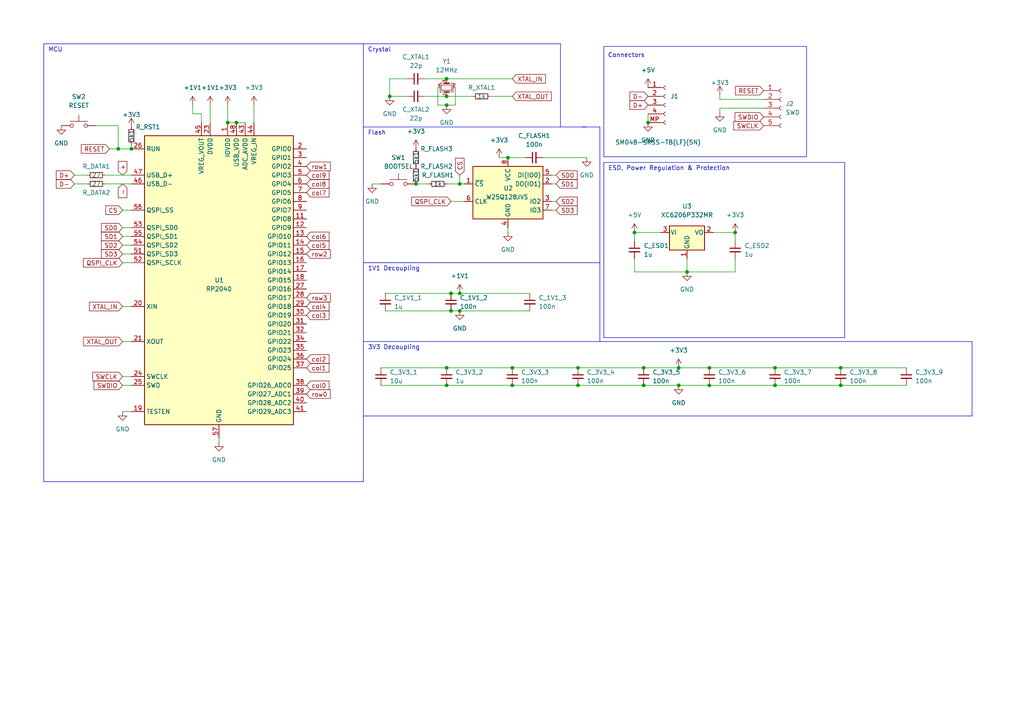
<source format=kicad_sch>
(kicad_sch (version 20230121) (generator eeschema)
  (paper "A4")
  (lib_symbols
    (symbol "Connector:Conn_01x04_Female" (pin_names (offset 1.016) hide)
      (property "Reference" "J1" (at 1.397 0 0))
      (property "Value" "SM04B-SRSS-TB(LF)(SN)" (at -14.605 -13.335 0))
      (symbol "Conn_01x04_Female_1_1"
        (arc (start 0 -7.112) (mid -0.5058 -7.62) (end 0 -8.128) (stroke (width 0.1524)))
        (arc (start 0 -4.572) (mid -0.5058 -5.08) (end 0 -5.588) (stroke (width 0.1524)))
        (arc (start 0 -2.032) (mid -0.5058 -2.54) (end 0 -3.048) (stroke (width 0.1524)))
        (polyline (pts (xy -1.27 -7.62) (xy -0.508 -7.62)) (stroke (width 0.1524)))
        (polyline (pts (xy -1.27 -5.08) (xy -0.508 -5.08)) (stroke (width 0.1524)))
        (polyline (pts (xy -1.27 -2.54) (xy -0.508 -2.54)) (stroke (width 0.1524)))
        (polyline (pts (xy -1.27 0) (xy -0.508 0)) (stroke (width 0.1524)))
        (polyline (pts (xy -1.27 2.54) (xy -0.508 2.54)) (stroke (width 0.1524)))
        (arc (start 0 0.508) (mid -0.5058 0) (end 0 -0.508) (stroke (width 0.1524)))
        (arc (start 0 3.048) (mid -0.5058 2.54) (end 0 2.032) (stroke (width 0.1524)))
        (pin passive line (at -5.08 2.54 0) (length 3.81) (name "Pin_1") (number "1"))
        (pin passive line (at -5.08 0 0) (length 3.81) (name "Pin_2") (number "2"))
        (pin passive line (at -5.08 -2.54 0) (length 3.81) (name "Pin_3") (number "3"))
        (pin passive line (at -5.08 -5.08 0) (length 3.81) (name "Pin_4") (number "4"))
        (pin passive line (at -5.08 -7.62 0) (length 3.81) (name "MP") (number "MP"))
      )
    )
    (symbol "Connector:Conn_01x05_Female" (pin_names (offset 1.016) hide)
      (property "Reference" "J" (at 0 7.62 0))
      (property "Value" "Conn_01x05_Female" (at 0 -7.62 0))
      (symbol "Conn_01x05_Female_1_1"
        (arc (start 0 -4.572) (mid -0.5058 -5.08) (end 0 -5.588) (stroke (width 0.1524)))
        (arc (start 0 -2.032) (mid -0.5058 -2.54) (end 0 -3.048) (stroke (width 0.1524)))
        (polyline (pts (xy -1.27 -5.08) (xy -0.508 -5.08)) (stroke (width 0.1524)))
        (polyline (pts (xy -1.27 -2.54) (xy -0.508 -2.54)) (stroke (width 0.1524)))
        (polyline (pts (xy -1.27 0) (xy -0.508 0)) (stroke (width 0.1524)))
        (polyline (pts (xy -1.27 2.54) (xy -0.508 2.54)) (stroke (width 0.1524)))
        (polyline (pts (xy -1.27 5.08) (xy -0.508 5.08)) (stroke (width 0.1524)))
        (arc (start 0 0.508) (mid -0.5058 0) (end 0 -0.508) (stroke (width 0.1524)))
        (arc (start 0 3.048) (mid -0.5058 2.54) (end 0 2.032) (stroke (width 0.1524)))
        (arc (start 0 5.588) (mid -0.5058 5.08) (end 0 4.572) (stroke (width 0.1524)))
        (pin passive line (at -5.08 5.08 0) (length 3.81) (name "Pin_1") (number "1"))
        (pin passive line (at -5.08 2.54 0) (length 3.81) (name "Pin_2") (number "2"))
        (pin passive line (at -5.08 0 0) (length 3.81) (name "Pin_3") (number "3"))
        (pin passive line (at -5.08 -2.54 0) (length 3.81) (name "Pin_4") (number "4"))
        (pin passive line (at -5.08 -5.08 0) (length 3.81) (name "Pin_5") (number "5"))
      )
    )
    (symbol "Device:C_Small" (pin_numbers hide) (pin_names (offset 0.254) hide)
      (property "Reference" "C" (at 0.254 1.778 0))
      (property "Value" "C_Small" (at 0.254 -2.032 0))
      (symbol "C_Small_0_1"
        (polyline (pts (xy -1.524 -0.508) (xy 1.524 -0.508)) (stroke (width 0.3302)))
        (polyline (pts (xy -1.524 0.508) (xy 1.524 0.508)) (stroke (width 0.3048)))
      )
      (symbol "C_Small_1_1"
        (pin passive line (at 0 2.54 270) (length 2.032) (name "~") (number "1"))
        (pin passive line (at 0 -2.54 90) (length 2.032) (name "~") (number "2"))
      )
    )
    (symbol "Device:Crystal_GND24_Small" (pin_names (offset 1.016) hide)
      (property "Reference" "Y" (at 1.27 4.445 0))
      (property "Value" "Crystal_GND24_Small" (at 1.27 2.54 0))
      (symbol "Crystal_GND24_Small_0_1"
        (rectangle (start -0.762 -1.524) (end 0.762 1.524))
        (polyline (pts (xy -1.27 -0.762) (xy -1.27 0.762)) (stroke (width 0.381)))
        (polyline (pts (xy 1.27 -0.762) (xy 1.27 0.762)) (stroke (width 0.381)))
        (polyline (pts (xy -1.27 -1.27) (xy -1.27 -1.905) (xy 1.27 -1.905) (xy 1.27 -1.27)))
        (polyline (pts (xy -1.27 1.27) (xy -1.27 1.905) (xy 1.27 1.905) (xy 1.27 1.27)))
      )
      (symbol "Crystal_GND24_Small_1_1"
        (pin passive line (at -2.54 0 0) (length 1.27) (name "1") (number "1"))
        (pin passive line (at 0 -2.54 90) (length 0.635) (name "2") (number "2"))
        (pin passive line (at 2.54 0 180) (length 1.27) (name "3") (number "3"))
        (pin passive line (at 0 2.54 270) (length 0.635) (name "4") (number "4"))
      )
    )
    (symbol "Device:R_Small" (pin_numbers hide) (pin_names (offset 0.254) hide)
      (property "Reference" "R" (at 0.762 0.508 0))
      (property "Value" "R_Small" (at 0.762 -1.016 0))
      (symbol "R_Small_0_1"
        (rectangle (start -0.762 1.778) (end 0.762 -1.778) (stroke (width 0.2032)))
      )
      (symbol "R_Small_1_1"
        (pin passive line (at 0 2.54 270) (length 0.762) (name "~") (number "1"))
        (pin passive line (at 0 -2.54 90) (length 0.762) (name "~") (number "2"))
      )
    )
    (symbol "MCU_RaspberryPi:RP2040"
      (property "Reference" "U1" (at -1.27 0 0))
      (property "Value" "RP2040" (at -3.81 -2.54 0))
      (symbol "RP2040_0_1"
        (rectangle (start -21.59 41.91) (end 21.59 -41.91) (stroke (width 0.254)) (fill (type background)))
      )
      (symbol "RP2040_1_1"
        (pin power_in line (at 2.54 45.72 270) (length 3.81) (name "IOVDD") (number "1"))
        (pin passive line (at 2.54 45.72 270) (length 3.81) hide (name "IOVDD") (number "10"))
        (pin bidirectional line (at 25.4 17.78 180) (length 3.81) (name "GPIO8") (number "11"))
        (pin bidirectional line (at 25.4 15.24 180) (length 3.81) (name "GPIO9") (number "12"))
        (pin bidirectional line (at 25.4 12.7 180) (length 3.81) (name "GPIO10") (number "13"))
        (pin bidirectional line (at 25.4 10.16 180) (length 3.81) (name "GPIO11") (number "14"))
        (pin bidirectional line (at 25.4 7.62 180) (length 3.81) (name "GPIO12") (number "15"))
        (pin bidirectional line (at 25.4 5.08 180) (length 3.81) (name "GPIO13") (number "16"))
        (pin bidirectional line (at 25.4 2.54 180) (length 3.81) (name "GPIO14") (number "17"))
        (pin bidirectional line (at 25.4 0 180) (length 3.81) (name "GPIO15") (number "18"))
        (pin input line (at -25.4 -38.1 0) (length 3.81) (name "TESTEN") (number "19"))
        (pin bidirectional line (at 25.4 38.1 180) (length 3.81) (name "GPIO0") (number "2"))
        (pin input line (at -25.4 -7.62 0) (length 3.81) (name "XIN") (number "20"))
        (pin passive line (at -25.4 -17.78 0) (length 3.81) (name "XOUT") (number "21"))
        (pin passive line (at 2.54 45.72 270) (length 3.81) hide (name "IOVDD") (number "22"))
        (pin power_in line (at -2.54 45.72 270) (length 3.81) (name "DVDD") (number "23"))
        (pin output line (at -25.4 -27.94 0) (length 3.81) (name "SWCLK") (number "24"))
        (pin bidirectional line (at -25.4 -30.48 0) (length 3.81) (name "SWD") (number "25"))
        (pin input line (at -25.4 38.1 0) (length 3.81) (name "RUN") (number "26"))
        (pin bidirectional line (at 25.4 -2.54 180) (length 3.81) (name "GPIO16") (number "27"))
        (pin bidirectional line (at 25.4 -5.08 180) (length 3.81) (name "GPIO17") (number "28"))
        (pin bidirectional line (at 25.4 -7.62 180) (length 3.81) (name "GPIO18") (number "29"))
        (pin bidirectional line (at 25.4 35.56 180) (length 3.81) (name "GPIO1") (number "3"))
        (pin bidirectional line (at 25.4 -10.16 180) (length 3.81) (name "GPIO19") (number "30"))
        (pin bidirectional line (at 25.4 -12.7 180) (length 3.81) (name "GPIO20") (number "31"))
        (pin bidirectional line (at 25.4 -15.24 180) (length 3.81) (name "GPIO21") (number "32"))
        (pin passive line (at 2.54 45.72 270) (length 3.81) hide (name "IOVDD") (number "33"))
        (pin bidirectional line (at 25.4 -17.78 180) (length 3.81) (name "GPIO22") (number "34"))
        (pin bidirectional line (at 25.4 -20.32 180) (length 3.81) (name "GPIO23") (number "35"))
        (pin bidirectional line (at 25.4 -22.86 180) (length 3.81) (name "GPIO24") (number "36"))
        (pin bidirectional line (at 25.4 -25.4 180) (length 3.81) (name "GPIO25") (number "37"))
        (pin bidirectional line (at 25.4 -30.48 180) (length 3.81) (name "GPIO26_ADC0") (number "38"))
        (pin bidirectional line (at 25.4 -33.02 180) (length 3.81) (name "GPIO27_ADC1") (number "39"))
        (pin bidirectional line (at 25.4 33.02 180) (length 3.81) (name "GPIO2") (number "4"))
        (pin bidirectional line (at 25.4 -35.56 180) (length 3.81) (name "GPIO28_ADC2") (number "40"))
        (pin bidirectional line (at 25.4 -38.1 180) (length 3.81) (name "GPIO29_ADC3") (number "41"))
        (pin passive line (at 2.54 45.72 270) (length 3.81) hide (name "IOVDD") (number "42"))
        (pin power_in line (at 7.62 45.72 270) (length 3.81) (name "ADC_AVDD") (number "43"))
        (pin power_in line (at 10.16 45.72 270) (length 3.81) (name "VREG_IN") (number "44"))
        (pin power_out line (at -5.08 45.72 270) (length 3.81) (name "VREG_VOUT") (number "45"))
        (pin bidirectional line (at -25.4 27.94 0) (length 3.81) (name "USB_D-") (number "46"))
        (pin bidirectional line (at -25.4 30.48 0) (length 3.81) (name "USB_D+") (number "47"))
        (pin power_in line (at 5.08 45.72 270) (length 3.81) (name "USB_VDD") (number "48"))
        (pin passive line (at 2.54 45.72 270) (length 3.81) hide (name "IOVDD") (number "49"))
        (pin bidirectional line (at 25.4 30.48 180) (length 3.81) (name "GPIO3") (number "5"))
        (pin passive line (at -2.54 45.72 270) (length 3.81) hide (name "DVDD") (number "50"))
        (pin bidirectional line (at -25.4 7.62 0) (length 3.81) (name "QSPI_SD3") (number "51"))
        (pin output line (at -25.4 5.08 0) (length 3.81) (name "QSPI_SCLK") (number "52"))
        (pin bidirectional line (at -25.4 15.24 0) (length 3.81) (name "QSPI_SD0") (number "53"))
        (pin bidirectional line (at -25.4 10.16 0) (length 3.81) (name "QSPI_SD2") (number "54"))
        (pin bidirectional line (at -25.4 12.7 0) (length 3.81) (name "QSPI_SD1") (number "55"))
        (pin bidirectional line (at -25.4 20.32 0) (length 3.81) (name "QSPI_SS") (number "56"))
        (pin power_in line (at 0 -45.72 90) (length 3.81) (name "GND") (number "57"))
        (pin bidirectional line (at 25.4 27.94 180) (length 3.81) (name "GPIO4") (number "6"))
        (pin bidirectional line (at 25.4 25.4 180) (length 3.81) (name "GPIO5") (number "7"))
        (pin bidirectional line (at 25.4 22.86 180) (length 3.81) (name "GPIO6") (number "8"))
        (pin bidirectional line (at 25.4 20.32 180) (length 3.81) (name "GPIO7") (number "9"))
      )
    )
    (symbol "Memory_Flash:W25Q128JVS"
      (property "Reference" "U" (at -8.89 8.89 0))
      (property "Value" "W25Q128JVS" (at 7.62 8.89 0))
      (symbol "W25Q128JVS_0_1"
        (rectangle (start -10.16 7.62) (end 10.16 -7.62) (stroke (width 0.254)) (fill (type background)))
      )
      (symbol "W25Q128JVS_1_1"
        (pin input line (at -12.7 2.54 0) (length 2.54) (name "~{CS}") (number "1"))
        (pin bidirectional line (at 12.7 2.54 180) (length 2.54) (name "DO(IO1)") (number "2"))
        (pin bidirectional line (at 12.7 -2.54 180) (length 2.54) (name "IO2") (number "3"))
        (pin power_in line (at 0 -10.16 90) (length 2.54) (name "GND") (number "4"))
        (pin bidirectional line (at 12.7 5.08 180) (length 2.54) (name "DI(IO0)") (number "5"))
        (pin input line (at -12.7 -2.54 0) (length 2.54) (name "CLK") (number "6"))
        (pin bidirectional line (at 12.7 -5.08 180) (length 2.54) (name "IO3") (number "7"))
        (pin power_in line (at 0 10.16 270) (length 2.54) (name "VCC") (number "8"))
      )
    )
    (symbol "Regulator_Linear:XC6206PxxxMR" (pin_names (offset 0.254))
      (property "Reference" "U" (at -3.81 3.175 0))
      (property "Value" "XC6206PxxxMR" (at 0 3.175 0))
      (symbol "XC6206PxxxMR_0_1"
        (rectangle (start -5.08 1.905) (end 5.08 -5.08) (stroke (width 0.254)) (fill (type background)))
      )
      (symbol "XC6206PxxxMR_1_1"
        (pin power_in line (at 0 -7.62 90) (length 2.54) (name "GND") (number "1"))
        (pin power_out line (at 7.62 0 180) (length 2.54) (name "VO") (number "2"))
        (pin power_in line (at -7.62 0 0) (length 2.54) (name "VI") (number "3"))
      )
    )
    (symbol "Switch:SW_Push" (pin_numbers hide) (pin_names (offset 1.016) hide)
      (property "Reference" "SW" (at 1.27 2.54 0))
      (property "Value" "SW_Push" (at 0 -1.524 0))
      (symbol "SW_Push_0_1"
        (circle (center -2.032 0) (radius 0.508))
        (polyline (pts (xy 0 1.27) (xy 0 3.048)))
        (polyline (pts (xy 2.54 1.27) (xy -2.54 1.27)))
        (circle (center 2.032 0) (radius 0.508))
        (pin passive line (at -5.08 0 0) (length 2.54) (name "1") (number "1"))
        (pin passive line (at 5.08 0 180) (length 2.54) (name "2") (number "2"))
      )
    )
    (symbol "power:+1V1" (power) (pin_names (offset 0))
      (property "Value" "+1V1" (at 0 3.556 0))
      (symbol "+1V1_0_1"
        (polyline (pts (xy -0.762 1.27) (xy 0 2.54)))
        (polyline (pts (xy 0 0) (xy 0 2.54)))
        (polyline (pts (xy 0 2.54) (xy 0.762 1.27)))
      )
      (symbol "+1V1_1_1"
        (pin power_in line (at 0 0 90) (length 0) hide (name "+1V1") (number "1"))
      )
    )
    (symbol "power:+3V3" (power) (pin_names (offset 0))
      (property "Value" "+3V3" (at 0 3.556 0))
      (symbol "+3V3_0_1"
        (polyline (pts (xy -0.762 1.27) (xy 0 2.54)))
        (polyline (pts (xy 0 0) (xy 0 2.54)))
        (polyline (pts (xy 0 2.54) (xy 0.762 1.27)))
      )
      (symbol "+3V3_1_1"
        (pin power_in line (at 0 0 90) (length 0) hide (name "+3V3") (number "1"))
      )
    )
    (symbol "power:+5V" (power) (pin_names (offset 0))
      (property "Value" "+5V" (at 0 3.556 0))
      (symbol "+5V_0_1"
        (polyline (pts (xy -0.762 1.27) (xy 0 2.54)))
        (polyline (pts (xy 0 0) (xy 0 2.54)))
        (polyline (pts (xy 0 2.54) (xy 0.762 1.27)))
      )
      (symbol "+5V_1_1"
        (pin power_in line (at 0 0 90) (length 0) hide (name "+5V") (number "1"))
      )
    )
    (symbol "power:GND" (power) (pin_names (offset 0))
      (property "Value" "GND" (at 0 -3.81 0))
      (symbol "GND_0_1"
        (polyline (pts (xy 0 0) (xy 0 -1.27) (xy 1.27 -1.27) (xy 0 -2.54) (xy -1.27 -1.27) (xy 0 -1.27)))
      )
      (symbol "GND_1_1"
        (pin power_in line (at 0 0 270) (length 0) hide (name "GND") (number "1"))
      )
    )
  )
  (junction (at 243.84 111.76))
  (junction (at 130.81 85.09))
  (junction (at 129.54 111.76))
  (junction (at 130.81 90.17))
  (junction (at 213.233 67.437))
  (junction (at 196.85 111.76))
  (junction (at 148.59 111.76))
  (junction (at 129.54 22.86))
  (junction (at 133.35 85.09))
  (junction (at 167.64 106.68))
  (junction (at 38.1 43.18))
  (junction (at 129.54 30.48))
  (junction (at 196.85 106.68))
  (junction (at 186.69 111.76))
  (junction (at 205.74 106.68))
  (junction (at 147.32 45.72))
  (junction (at 129.54 27.94))
  (junction (at 184.023 67.437))
  (junction (at 113.03 27.94))
  (junction (at 120.65 53.34))
  (junction (at 243.84 106.68))
  (junction (at 224.79 106.68))
  (junction (at 148.59 106.68))
  (junction (at 133.35 90.17))
  (junction (at 187.96 35.56))
  (junction (at 34.29 43.18))
  (junction (at 205.74 111.76))
  (junction (at 224.79 111.76))
  (junction (at 186.69 106.68))
  (junction (at 129.54 106.68))
  (junction (at 167.64 111.76))
  (junction (at 199.263 78.867))
  (junction (at 66.04 35.56))
  (junction (at 68.58 35.56))
  (junction (at 133.35 53.34))
  (wire (pts (xy 35.56 66.04) (xy 38.1 66.04)))
  (polyline (pts (xy 162.56 36.83) (xy 105.41 36.83)))
  (polyline (pts (xy 105.41 76.2) (xy 173.99 76.2)))
  (wire (pts (xy 35.56 76.2) (xy 38.1 76.2)))
  (wire (pts (xy 129.54 111.76) (xy 148.59 111.76)))
  (wire (pts (xy 35.56 99.06) (xy 38.1 99.06)))
  (wire (pts (xy 66.04 35.56) (xy 68.58 35.56)))
  (wire (pts (xy 35.56 68.58) (xy 38.1 68.58)))
  (wire (pts (xy 142.24 27.94) (xy 148.59 27.94)))
  (wire (pts (xy 133.35 50.8) (xy 133.35 53.34)))
  (wire (pts (xy 133.35 53.34) (xy 134.62 53.34)))
  (wire (pts (xy 205.74 106.68) (xy 224.79 106.68)))
  (wire (pts (xy 55.88 30.48) (xy 55.88 33.02)))
  (wire (pts (xy 148.59 111.76) (xy 167.64 111.76)))
  (wire (pts (xy 184.023 75.057) (xy 184.023 78.867)))
  (wire (pts (xy 107.95 53.34) (xy 110.49 53.34)))
  (wire (pts (xy 113.03 27.94) (xy 118.11 27.94)))
  (wire (pts (xy 160.02 60.96) (xy 161.29 60.96)))
  (wire (pts (xy 243.84 106.68) (xy 262.89 106.68)))
  (wire (pts (xy 127 25.4) (xy 127 30.48)))
  (wire (pts (xy 35.56 71.12) (xy 38.1 71.12)))
  (wire (pts (xy 199.263 75.057) (xy 199.263 78.867)))
  (wire (pts (xy 31.75 43.18) (xy 34.29 43.18)))
  (polyline (pts (xy 204.343 47.117) (xy 244.983 47.117)))
  (polyline (pts (xy 173.99 36.83) (xy 173.99 76.2)))
  (wire (pts (xy 129.54 22.86) (xy 148.59 22.86)))
  (polyline (pts (xy 105.41 99.06) (xy 173.99 99.06)))
  (polyline (pts (xy 162.56 36.83) (xy 170.18 36.83)))
  (wire (pts (xy 127 30.48) (xy 129.54 30.48)))
  (polyline (pts (xy 244.983 97.917) (xy 175.133 97.917)))
  (wire (pts (xy 58.42 33.02) (xy 55.88 33.02)))
  (wire (pts (xy 30.48 50.8) (xy 38.1 50.8)))
  (wire (pts (xy 113.03 22.86) (xy 118.11 22.86)))
  (wire (pts (xy 196.85 111.76) (xy 205.74 111.76)))
  (wire (pts (xy 213.233 69.977) (xy 213.233 67.437)))
  (wire (pts (xy 196.85 106.68) (xy 205.74 106.68)))
  (wire (pts (xy 224.79 111.76) (xy 243.84 111.76)))
  (wire (pts (xy 167.64 111.76) (xy 186.69 111.76)))
  (polyline (pts (xy 173.99 76.2) (xy 173.99 99.06)))
  (wire (pts (xy 184.023 78.867) (xy 199.263 78.867)))
  (wire (pts (xy 208.788 27.559) (xy 208.788 28.829)))
  (wire (pts (xy 130.81 58.42) (xy 134.62 58.42)))
  (wire (pts (xy 129.54 106.68) (xy 148.59 106.68)))
  (polyline (pts (xy 162.56 12.7) (xy 162.56 36.83)))
  (polyline (pts (xy 175.133 47.117) (xy 175.133 97.917)))
  (wire (pts (xy 130.81 85.09) (xy 133.35 85.09)))
  (wire (pts (xy 68.58 35.56) (xy 71.12 35.56)))
  (wire (pts (xy 133.35 90.17) (xy 153.67 90.17)))
  (wire (pts (xy 123.19 22.86) (xy 129.54 22.86)))
  (wire (pts (xy 21.59 50.8) (xy 25.4 50.8)))
  (polyline (pts (xy 105.41 12.7) (xy 162.56 12.7)))
  (wire (pts (xy 129.54 27.94) (xy 137.16 27.94)))
  (wire (pts (xy 123.19 27.94) (xy 129.54 27.94)))
  (wire (pts (xy 187.96 33.02) (xy 187.96 35.56)))
  (wire (pts (xy 35.56 60.96) (xy 38.1 60.96)))
  (wire (pts (xy 129.54 53.34) (xy 133.35 53.34)))
  (wire (pts (xy 35.56 73.66) (xy 38.1 73.66)))
  (wire (pts (xy 73.66 30.48) (xy 73.66 35.56)))
  (wire (pts (xy 60.96 30.48) (xy 60.96 35.56)))
  (wire (pts (xy 208.788 28.829) (xy 221.488 28.829)))
  (wire (pts (xy 160.02 50.8) (xy 161.29 50.8)))
  (wire (pts (xy 206.883 67.437) (xy 213.233 67.437)))
  (wire (pts (xy 110.49 106.68) (xy 129.54 106.68)))
  (wire (pts (xy 160.02 58.42) (xy 161.29 58.42)))
  (polyline (pts (xy 281.94 120.65) (xy 105.41 120.65)))
  (wire (pts (xy 130.81 90.17) (xy 133.35 90.17)))
  (wire (pts (xy 113.03 22.86) (xy 113.03 27.94)))
  (wire (pts (xy 243.84 111.76) (xy 262.89 111.76)))
  (wire (pts (xy 199.263 78.867) (xy 213.233 78.867)))
  (wire (pts (xy 157.48 45.72) (xy 170.18 45.72)))
  (wire (pts (xy 35.56 111.76) (xy 38.1 111.76)))
  (polyline (pts (xy 281.94 99.06) (xy 281.94 120.65)))
  (polyline (pts (xy 12.7 12.7) (xy 105.41 12.7)))
  (wire (pts (xy 186.69 106.68) (xy 196.85 106.68)))
  (wire (pts (xy 208.788 32.639) (xy 208.788 31.369)))
  (wire (pts (xy 224.79 106.68) (xy 243.84 106.68)))
  (wire (pts (xy 148.59 106.68) (xy 167.64 106.68)))
  (polyline (pts (xy 244.983 47.117) (xy 244.983 97.917)))
  (wire (pts (xy 35.56 88.9) (xy 38.1 88.9)))
  (wire (pts (xy 205.74 111.76) (xy 224.79 111.76)))
  (wire (pts (xy 186.69 111.76) (xy 196.85 111.76)))
  (wire (pts (xy 132.08 30.48) (xy 129.54 30.48)))
  (wire (pts (xy 38.1 41.91) (xy 38.1 43.18)))
  (wire (pts (xy 111.76 85.09) (xy 130.81 85.09)))
  (wire (pts (xy 35.56 109.22) (xy 38.1 109.22)))
  (wire (pts (xy 66.04 30.48) (xy 66.04 35.56)))
  (wire (pts (xy 184.023 67.437) (xy 191.643 67.437)))
  (wire (pts (xy 132.08 25.4) (xy 132.08 30.48)))
  (wire (pts (xy 144.78 45.72) (xy 147.32 45.72)))
  (wire (pts (xy 147.32 66.04) (xy 147.32 67.31)))
  (wire (pts (xy 63.5 127) (xy 63.5 128.27)))
  (polyline (pts (xy 173.99 99.06) (xy 281.94 99.06)))
  (polyline (pts (xy 168.91 36.83) (xy 173.99 36.83)))
  (wire (pts (xy 110.49 111.76) (xy 129.54 111.76)))
  (polyline (pts (xy 175.133 47.117) (xy 204.343 47.117)))
  (wire (pts (xy 34.29 36.449) (xy 34.29 43.18)))
  (wire (pts (xy 58.42 35.56) (xy 58.42 33.02)))
  (wire (pts (xy 111.76 90.17) (xy 130.81 90.17)))
  (wire (pts (xy 27.94 36.449) (xy 34.29 36.449)))
  (polyline (pts (xy 12.7 139.7) (xy 105.41 139.7)))
  (wire (pts (xy 160.02 53.34) (xy 161.29 53.34)))
  (wire (pts (xy 34.29 43.18) (xy 38.1 43.18)))
  (wire (pts (xy 167.64 106.68) (xy 186.69 106.68)))
  (polyline (pts (xy 105.41 12.7) (xy 105.41 139.7)))
  (wire (pts (xy 35.56 119.38) (xy 38.1 119.38)))
  (wire (pts (xy 21.59 53.34) (xy 25.4 53.34)))
  (wire (pts (xy 30.48 53.34) (xy 38.1 53.34)))
  (wire (pts (xy 208.788 31.369) (xy 221.488 31.369)))
  (wire (pts (xy 213.233 75.057) (xy 213.233 78.867)))
  (wire (pts (xy 133.35 85.09) (xy 153.67 85.09)))
  (wire (pts (xy 147.32 45.72) (xy 152.4 45.72)))
  (wire (pts (xy 184.023 67.437) (xy 184.023 69.977)))
  (wire (pts (xy 120.65 53.34) (xy 124.46 53.34)))
  (polyline (pts (xy 12.7 139.7) (xy 12.7 12.7)))
  (polyline (pts (xy 105.41 76.2) (xy 170.18 76.2)))
  (rectangle (start 175.133 13.462) (end 233.934 45.466))
  (text "Connectors\n" (at 176.276 16.891 0) (effects (font (size 1.27 1.27)) (justify left bottom)))
  (text "1V1 Decoupling\n" (at 106.68 78.74 0) (effects (font (size 1.27 1.27)) (justify left bottom)))
  (text "ESD, Power Regulation & Protection\n" (at 176.403 49.657 0) (effects (font (size 1.27 1.27)) (justify left bottom)))
  (text "Crystal\n" (at 106.68 15.24 0) (effects (font (size 1.27 1.27)) (justify left bottom)))
  (text "MCU" (at 13.97 15.24 0) (effects (font (size 1.27 1.27)) (justify left bottom)))
  (text "Flash" (at 106.68 39.37 0) (effects (font (size 1.27 1.27)) (justify left bottom)))
  (text "3V3 Decoupling" (at 106.68 101.6 0) (effects (font (size 1.27 1.27)) (justify left bottom)))
  (global_label "col8" (shape input) (at 88.9 53.34 0) (property "Intersheetrefs" "${INTERSHEET_REFS}" (effects hide)))
  (global_label "SD2" (shape input) (at 35.56 71.12 180) (property "Intersheetrefs" "${INTERSHEET_REFS}" (effects hide)))
  (global_label "QSPI_CLK" (shape input) (at 130.81 58.42 180) (property "Intersheetrefs" "${INTERSHEET_REFS}" (effects hide)))
  (global_label "SWCLK" (shape input) (at 221.488 36.449 180) (property "Intersheetrefs" "${INTERSHEET_REFS}" (effects hide)))
  (global_label "SD3" (shape input) (at 35.56 73.66 180) (property "Intersheetrefs" "${INTERSHEET_REFS}" (effects hide)))
  (global_label "D-" (shape input) (at 187.96 27.94 180) (property "Intersheetrefs" "${INTERSHEET_REFS}" (effects hide)))
  (global_label "SD0" (shape input) (at 161.29 50.8 0) (property "Intersheetrefs" "${INTERSHEET_REFS}" (effects hide)))
  (global_label "XTAL_OUT" (shape input) (at 148.59 27.94 0) (property "Intersheetrefs" "${INTERSHEET_REFS}" (effects hide)))
  (global_label "col7" (shape input) (at 88.9 55.88 0) (property "Intersheetrefs" "${INTERSHEET_REFS}" (effects hide)))
  (global_label "row3" (shape input) (at 88.9 86.36 0) (property "Intersheetrefs" "${INTERSHEET_REFS}" (effects hide)))
  (global_label "SWCLK" (shape input) (at 35.56 109.22 180) (property "Intersheetrefs" "${INTERSHEET_REFS}" (effects hide)))
  (global_label "col3" (shape input) (at 88.9 91.44 0) (property "Intersheetrefs" "${INTERSHEET_REFS}" (effects hide)))
  (global_label "col5" (shape input) (at 88.9 71.12 0) (property "Intersheetrefs" "${INTERSHEET_REFS}" (effects hide)))
  (global_label "col2" (shape input) (at 88.9 104.14 0) (property "Intersheetrefs" "${INTERSHEET_REFS}" (effects hide)))
  (global_label "col4" (shape input) (at 88.9 88.9 0) (property "Intersheetrefs" "${INTERSHEET_REFS}" (effects hide)))
  (global_label "CS" (shape input) (at 35.56 60.96 180) (property "Intersheetrefs" "${INTERSHEET_REFS}" (effects hide)))
  (global_label "-" (shape input) (at 35.56 53.34 270) (property "Intersheetrefs" "${INTERSHEET_REFS}" (effects hide)))
  (global_label "row1" (shape input) (at 88.9 48.26 0) (property "Intersheetrefs" "${INTERSHEET_REFS}" (effects hide)))
  (global_label "RESET" (shape input) (at 221.488 26.289 180) (property "Intersheetrefs" "${INTERSHEET_REFS}" (effects hide)))
  (global_label "D+" (shape input) (at 21.59 50.8 180) (property "Intersheetrefs" "${INTERSHEET_REFS}" (effects hide)))
  (global_label "D-" (shape input) (at 21.59 53.34 180) (property "Intersheetrefs" "${INTERSHEET_REFS}" (effects hide)))
  (global_label "SD0" (shape input) (at 35.56 66.04 180) (property "Intersheetrefs" "${INTERSHEET_REFS}" (effects hide)))
  (global_label "XTAL_IN" (shape input) (at 148.59 22.86 0) (property "Intersheetrefs" "${INTERSHEET_REFS}" (effects hide)))
  (global_label "SWDIO" (shape input) (at 221.488 33.909 180) (property "Intersheetrefs" "${INTERSHEET_REFS}" (effects hide)))
  (global_label "D+" (shape input) (at 187.96 30.48 180) (property "Intersheetrefs" "${INTERSHEET_REFS}" (effects hide)))
  (global_label "SD1" (shape input) (at 161.29 53.34 0) (property "Intersheetrefs" "${INTERSHEET_REFS}" (effects hide)))
  (global_label "CS" (shape input) (at 133.35 50.8 90) (property "Intersheetrefs" "${INTERSHEET_REFS}" (effects hide)))
  (global_label "row2" (shape input) (at 88.9 73.66 0) (property "Intersheetrefs" "${INTERSHEET_REFS}" (effects hide)))
  (global_label "SD1" (shape input) (at 35.56 68.58 180) (property "Intersheetrefs" "${INTERSHEET_REFS}" (effects hide)))
  (global_label "col9" (shape input) (at 88.9 50.8 0) (property "Intersheetrefs" "${INTERSHEET_REFS}" (effects hide)))
  (global_label "SD3" (shape input) (at 161.29 60.96 0) (property "Intersheetrefs" "${INTERSHEET_REFS}" (effects hide)))
  (global_label "XTAL_IN" (shape input) (at 35.56 88.9 180) (property "Intersheetrefs" "${INTERSHEET_REFS}" (effects hide)))
  (global_label "SD2" (shape input) (at 161.29 58.42 0) (property "Intersheetrefs" "${INTERSHEET_REFS}" (effects hide)))
  (global_label "XTAL_OUT" (shape input) (at 35.56 99.06 180) (property "Intersheetrefs" "${INTERSHEET_REFS}" (effects hide)))
  (global_label "QSPI_CLK" (shape input) (at 35.56 76.2 180) (property "Intersheetrefs" "${INTERSHEET_REFS}" (effects hide)))
  (global_label "col0" (shape input) (at 88.9 111.76 0) (property "Intersheetrefs" "${INTERSHEET_REFS}" (effects hide)))
  (global_label "RESET" (shape input) (at 31.75 43.18 180) (property "Intersheetrefs" "${INTERSHEET_REFS}" (effects hide)))
  (global_label "+" (shape input) (at 35.56 50.8 90) (property "Intersheetrefs" "${INTERSHEET_REFS}" (effects hide)))
  (global_label "row0" (shape input) (at 88.9 114.3 0) (property "Intersheetrefs" "${INTERSHEET_REFS}" (effects hide)))
  (global_label "col1" (shape input) (at 88.9 106.68 0) (property "Intersheetrefs" "${INTERSHEET_REFS}" (effects hide)))
  (global_label "SWDIO" (shape input) (at 35.56 111.76 180) (property "Intersheetrefs" "${INTERSHEET_REFS}" (effects hide)))
  (global_label "col6" (shape input) (at 88.9 68.58 0) (property "Intersheetrefs" "${INTERSHEET_REFS}" (effects hide)))
  (symbol (lib_id "Device:C_Small") (at 224.79 109.22 0) (unit 1)
    (property "Reference" "C_3V3_7" (at 227.33 107.9563 0) (effects (justify left)))
    (property "Value" "100n" (at 227.33 110.4963 0) (effects (justify left)))
    (property "Footprint" "Capacitor_SMD:C_0402_1005Metric" (effects hide))
  )
  (symbol (lib_id "Device:C_Small") (at 213.233 72.517 0) (unit 1)
    (property "Reference" "C_ESD2" (at 215.9 71.2533 0) (effects (justify left)))
    (property "Value" "1u" (at 215.9 73.7933 0) (effects (justify left)))
    (property "Footprint" "Capacitor_SMD:C_0402_1005Metric" (effects hide))
  )
  (symbol (lib_id "Device:C_Small") (at 184.023 72.517 0) (unit 1)
    (property "Reference" "C_ESD1" (at 186.69 71.2533 0) (effects (justify left)))
    (property "Value" "1u" (at 186.69 73.7933 0) (effects (justify left)))
    (property "Footprint" "Capacitor_SMD:C_0402_1005Metric" (effects hide))
  )
  (symbol (lib_id "Device:C_Small") (at 205.74 109.22 0) (unit 1)
    (property "Reference" "C_3V3_6" (at 208.28 107.9563 0) (effects (justify left)))
    (property "Value" "100n" (at 208.28 110.4963 0) (effects (justify left)))
    (property "Footprint" "Capacitor_SMD:C_0402_1005Metric" (effects hide))
  )
  (symbol (lib_id "power:+5V") (at 184.023 67.437 0) (unit 1)
    (property "Reference" "#PWR05" (effects hide))
    (property "Value" "+5V" (at 184.023 62.357 0))
  )
  (symbol (lib_id "Device:C_Small") (at 111.76 87.63 0) (unit 1)
    (property "Reference" "C_1V1_1" (at 114.3 86.3663 0) (effects (justify left)))
    (property "Value" "1u" (at 114.3 88.9063 0) (effects (justify left)))
    (property "Footprint" "Capacitor_SMD:C_0402_1005Metric" (effects hide))
  )
  (symbol (lib_id "power:GND") (at 113.03 27.94 0) (unit 1)
    (property "Reference" "#PWR0109" (effects hide))
    (property "Value" "GND" (at 113.03 33.02 0))
  )
  (symbol (lib_id "power:+3V3") (at 144.78 45.72 0) (unit 1)
    (property "Reference" "#PWR0106" (effects hide))
    (property "Value" "+3V3" (at 144.78 40.64 0))
  )
  (symbol (lib_id "Switch:SW_Push") (at 22.86 36.449 0) (unit 1)
    (property "Reference" "SW2" (at 22.86 28.067 0))
    (property "Value" "RESET" (at 22.86 30.607 0))
    (property "Footprint" "Button_Switch_SMD:SW_SPST_TL3342" (effects hide))
    (property "LCSC" "C318884" (effects hide))
  )
  (symbol (lib_id "power:GND") (at 170.18 45.72 0) (unit 1)
    (property "Reference" "#PWR0111" (effects hide))
    (property "Value" "GND" (at 170.18 50.8 0))
  )
  (symbol (lib_id "power:GND") (at 107.95 53.34 0) (unit 1)
    (property "Reference" "#PWR0108" (effects hide))
    (property "Value" "GND" (at 107.95 58.42 0))
  )
  (symbol (lib_id "Device:C_Small") (at 262.89 109.22 0) (unit 1)
    (property "Reference" "C_3V3_9" (at 265.43 107.9563 0) (effects (justify left)))
    (property "Value" "100n" (at 265.43 110.4963 0) (effects (justify left)))
    (property "Footprint" "Capacitor_SMD:C_0402_1005Metric" (effects hide))
  )
  (symbol (lib_id "power:GND") (at 187.96 35.56 0) (unit 1)
    (property "Reference" "#PWR04" (effects hide))
    (property "Value" "GND" (at 187.96 40.64 0))
  )
  (symbol (lib_id "power:GND") (at 63.5 128.27 0) (unit 1)
    (property "Reference" "#PWR0115" (effects hide))
    (property "Value" "GND" (at 63.5 133.35 0))
  )
  (symbol (lib_id "Device:C_Small") (at 110.49 109.22 0) (unit 1)
    (property "Reference" "C_3V3_1" (at 113.03 107.9563 0) (effects (justify left)))
    (property "Value" "10u" (at 113.03 110.4963 0) (effects (justify left)))
    (property "Footprint" "Capacitor_SMD:C_0402_1005Metric" (effects hide))
  )
  (symbol (lib_id "power:+1V1") (at 133.35 85.09 0) (unit 1)
    (property "Reference" "#PWR0112" (effects hide))
    (property "Value" "+1V1" (at 133.35 80.01 0))
  )
  (symbol (lib_id "power:+3V3") (at 196.85 106.68 0) (unit 1)
    (property "Reference" "#PWR0116" (effects hide))
    (property "Value" "+3V3" (at 196.85 101.6 0))
  )
  (symbol (lib_id "Device:R_Small") (at 27.94 50.8 90) (unit 1)
    (property "Reference" "R_DATA1" (at 27.94 48.26 90))
    (property "Value" "27" (at 27.94 50.8 90))
    (property "Footprint" "Resistor_SMD:R_0402_1005Metric" (effects hide))
  )
  (symbol (lib_id "Device:C_Small") (at 243.84 109.22 0) (unit 1)
    (property "Reference" "C_3V3_8" (at 246.38 107.9563 0) (effects (justify left)))
    (property "Value" "100n" (at 246.38 110.4963 0) (effects (justify left)))
    (property "Footprint" "Capacitor_SMD:C_0402_1005Metric" (effects hide))
  )
  (symbol (lib_id "Memory_Flash:W25Q128JVS") (at 147.32 55.88 0) (unit 1)
    (property "Reference" "U2" (at 146.05 54.61 0) (effects (justify left)))
    (property "Value" "W25Q128JVS" (at 140.97 57.15 0) (effects (justify left)))
    (property "Footprint" "Package_SO:SOIC-8_5.23x5.23mm_P1.27mm" (effects hide))
    (property "Datasheet" "http://www.winbond.com/resource-files/w25q128jv_dtr%20revc%2003272018%20plus.pdf" (effects hide))
    (property "LCSC" "C2613930" (effects hide))
  )
  (symbol (lib_id "Device:C_Small") (at 130.81 87.63 0) (unit 1)
    (property "Reference" "C_1V1_2" (at 133.35 86.3663 0) (effects (justify left)))
    (property "Value" "100n" (at 133.35 88.9063 0) (effects (justify left)))
    (property "Footprint" "Capacitor_SMD:C_0402_1005Metric" (effects hide))
  )
  (symbol (lib_id "Device:Crystal_GND24_Small") (at 129.54 25.4 90) (unit 1)
    (property "Reference" "Y1" (at 129.54 17.78 90))
    (property "Value" "12MHz" (at 129.54 20.32 90))
    (property "Footprint" "Crystal:Crystal_SMD_3225-4Pin_3.2x2.5mm" (effects hide))
    (property "LCSC" "C9002" (effects hide))
  )
  (symbol (lib_id "power:GND") (at 196.85 111.76 0) (unit 1)
    (property "Reference" "#PWR0117" (effects hide))
    (property "Value" "GND" (at 196.85 116.84 0))
  )
  (symbol (lib_id "Device:C_Small") (at 148.59 109.22 0) (unit 1)
    (property "Reference" "C_3V3_3" (at 151.13 107.9563 0) (effects (justify left)))
    (property "Value" "100n" (at 151.13 110.4963 0) (effects (justify left)))
    (property "Footprint" "Capacitor_SMD:C_0402_1005Metric" (effects hide))
  )
  (symbol (lib_id "Connector:Conn_01x05_Female") (at 226.568 31.369 0) (unit 1) (in_bom no)
    (property "Reference" "J2" (at 227.838 30.0989 0) (effects (justify left)))
    (property "Value" "SWD" (at 227.838 32.6389 0) (effects (justify left)))
    (property "Footprint" "Connector_PinHeader_2.54mm:PinHeader_1x05_P2.54mm_Vertical" (effects hide))
  )
  (symbol (lib_id "Device:C_Small") (at 153.67 87.63 0) (unit 1)
    (property "Reference" "C_1V1_3" (at 156.21 86.3663 0) (effects (justify left)))
    (property "Value" "100n" (at 156.21 88.9063 0) (effects (justify left)))
    (property "Footprint" "Capacitor_SMD:C_0402_1005Metric" (effects hide))
  )
  (symbol (lib_id "Device:C_Small") (at 120.65 27.94 90) (unit 1)
    (property "Reference" "C_XTAL2" (at 120.65 31.75 90))
    (property "Value" "22p" (at 120.65 34.29 90))
    (property "Footprint" "Capacitor_SMD:C_0402_1005Metric" (effects hide))
  )
  (symbol (lib_id "power:+3V3") (at 208.788 27.559 0) (unit 1)
    (property "Reference" "#PWR08" (effects hide))
    (property "Value" "+3V3" (at 208.788 24.003 0))
  )
  (symbol (lib_id "Regulator_Linear:XC6206PxxxMR") (at 199.263 67.437 0) (unit 1)
    (property "Reference" "U3" (at 199.263 59.817 0))
    (property "Value" "XC6206P332MR" (at 199.263 62.357 0))
    (property "Footprint" "Package_TO_SOT_SMD:SOT-23" (effects hide))
    (property "Datasheet" "https://www.torexsemi.com/file/xc6206/XC6206.pdf" (effects hide))
    (property "LCSC" "C5446" (effects hide))
  )
  (symbol (lib_id "Device:C_Small") (at 154.94 45.72 90) (unit 1)
    (property "Reference" "C_FLASH1" (at 154.9463 39.37 90))
    (property "Value" "100n" (at 154.9463 41.91 90))
    (property "Footprint" "Capacitor_SMD:C_0402_1005Metric" (effects hide))
  )
  (symbol (lib_id "power:GND") (at 208.788 32.639 0) (unit 1)
    (property "Reference" "#PWR09" (effects hide))
    (property "Value" "GND" (at 208.788 37.719 0))
  )
  (symbol (lib_id "power:GND") (at 129.54 30.48 0) (unit 1)
    (property "Reference" "#PWR0107" (effects hide))
    (property "Value" "GND" (at 129.54 35.56 0))
  )
  (symbol (lib_id "power:GND") (at 17.78 36.449 0) (unit 1)
    (property "Reference" "#PWR02" (effects hide))
    (property "Value" "GND" (at 17.78 41.529 0))
  )
  (symbol (lib_id "power:+1V1") (at 55.88 30.48 0) (unit 1)
    (property "Reference" "#PWR0102" (effects hide))
    (property "Value" "+1V1" (at 55.88 25.4 0))
  )
  (symbol (lib_id "Device:R_Small") (at 120.65 45.72 0) (unit 1)
    (property "Reference" "R_FLASH3" (at 121.92 43.18 0) (effects (justify left)))
    (property "Value" "5k1" (at 120.65 45.72 90))
    (property "Footprint" "Resistor_SMD:R_0402_1005Metric" (effects hide))
  )
  (symbol (lib_id "Device:R_Small") (at 38.1 39.37 0) (unit 1)
    (property "Reference" "R_RST1" (at 39.37 36.83 0) (effects (justify left)))
    (property "Value" "5k1" (at 38.1 39.37 90))
    (property "Footprint" "Resistor_SMD:R_0402_1005Metric" (effects hide))
  )
  (symbol (lib_id "MCU_RaspberryPi:RP2040") (at 63.5 81.28 0) (unit 1)
    (property "Reference" "U1" (at 62.23 81.28 0) (effects (justify left)))
    (property "Value" "RP2040" (at 59.69 83.82 0) (effects (justify left)))
    (property "Footprint" "MCUs:QFN40P700X700X90-57N" (effects hide))
    (property "Datasheet" "https://datasheets.raspberrypi.com/rp2040/rp2040-datasheet.pdf" (effects hide))
    (property "LCSC" "C2040" (effects hide))
  )
  (symbol (lib_id "Device:C_Small") (at 167.64 109.22 0) (unit 1)
    (property "Reference" "C_3V3_4" (at 170.18 107.9563 0) (effects (justify left)))
    (property "Value" "100n" (at 170.18 110.4963 0) (effects (justify left)))
    (property "Footprint" "Capacitor_SMD:C_0402_1005Metric" (effects hide))
  )
  (symbol (lib_id "Device:C_Small") (at 186.69 109.22 0) (unit 1)
    (property "Reference" "C_3V3_5" (at 189.23 107.9563 0) (effects (justify left)))
    (property "Value" "100n" (at 189.23 110.4963 0) (effects (justify left)))
    (property "Footprint" "Capacitor_SMD:C_0402_1005Metric" (effects hide))
  )
  (symbol (lib_id "power:GND") (at 147.32 67.31 0) (unit 1)
    (property "Reference" "#PWR0110" (effects hide))
    (property "Value" "GND" (at 147.32 72.39 0))
  )
  (symbol (lib_id "power:+5V") (at 187.96 25.4 0) (unit 1)
    (property "Reference" "#PWR03" (effects hide))
    (property "Value" "+5V" (at 187.96 20.32 0))
  )
  (symbol (lib_id "power:GND") (at 133.35 90.17 0) (unit 1)
    (property "Reference" "#PWR0113" (effects hide))
    (property "Value" "GND" (at 133.35 95.25 0))
  )
  (symbol (lib_id "Device:R_Small") (at 27.94 53.34 90) (unit 1)
    (property "Reference" "R_DATA2" (at 27.94 55.88 90))
    (property "Value" "27" (at 27.94 53.34 90))
    (property "Footprint" "Resistor_SMD:R_0402_1005Metric" (effects hide))
  )
  (symbol (lib_id "power:+1V1") (at 60.96 30.48 0) (unit 1)
    (property "Reference" "#PWR0103" (effects hide))
    (property "Value" "+1V1" (at 60.96 25.4 0))
  )
  (symbol (lib_id "Device:C_Small") (at 120.65 22.86 90) (unit 1)
    (property "Reference" "C_XTAL1" (at 120.6563 16.51 90))
    (property "Value" "22p" (at 120.6563 19.05 90))
    (property "Footprint" "Capacitor_SMD:C_0402_1005Metric" (effects hide))
  )
  (symbol (lib_id "Device:R_Small") (at 120.65 50.8 0) (unit 1)
    (property "Reference" "R_FLASH2" (at 121.92 48.26 0) (effects (justify left)))
    (property "Value" "5k1" (at 120.65 50.8 90))
    (property "Footprint" "Resistor_SMD:R_0402_1005Metric" (effects hide))
  )
  (symbol (lib_id "power:+3V3") (at 213.233 67.437 0) (unit 1)
    (property "Reference" "#PWR06" (effects hide))
    (property "Value" "+3V3" (at 213.233 62.357 0))
  )
  (symbol (lib_id "Device:C_Small") (at 129.54 109.22 0) (unit 1)
    (property "Reference" "C_3V3_2" (at 132.08 107.9562 0) (effects (justify left)))
    (property "Value" "1u" (at 132.08 110.4962 0) (effects (justify left)))
    (property "Footprint" "Capacitor_SMD:C_0402_1005Metric" (effects hide))
  )
  (symbol (lib_id "Switch:SW_Push") (at 115.57 53.34 0) (unit 1)
    (property "Reference" "SW1" (at 115.57 45.72 0))
    (property "Value" "BOOTSEL" (at 115.57 48.26 0))
    (property "Footprint" "Button_Switch_SMD:SW_SPST_TL3342" (effects hide))
    (property "LCSC" "C318884" (effects hide))
  )
  (symbol (lib_id "power:GND") (at 199.263 78.867 0) (unit 1)
    (property "Reference" "#PWR07" (effects hide))
    (property "Value" "GND" (at 199.263 83.947 0))
  )
  (symbol (lib_id "power:+3V3") (at 38.1 36.83 0) (unit 1)
    (property "Reference" "#PWR0105" (effects hide))
    (property "Value" "+3V3" (at 38.1 33.274 0))
  )
  (symbol (lib_id "Device:R_Small") (at 127 53.34 90) (unit 1)
    (property "Reference" "R_FLASH1" (at 127 50.8 90))
    (property "Value" "1k" (at 127 53.34 90))
    (property "Footprint" "Resistor_SMD:R_0402_1005Metric" (effects hide))
  )
  (symbol (lib_id "power:+3V3") (at 66.04 30.48 0) (unit 1)
    (property "Reference" "#PWR0101" (effects hide))
    (property "Value" "+3V3" (at 66.04 25.4 0))
  )
  (symbol (lib_id "Device:R_Small") (at 139.7 27.94 90) (unit 1)
    (property "Reference" "R_XTAL1" (at 139.7 25.4 90))
    (property "Value" "1k" (at 139.7 27.94 90))
    (property "Footprint" "Resistor_SMD:R_0402_1005Metric" (effects hide))
  )
  (symbol (lib_id "power:+3V3") (at 73.66 30.48 0) (unit 1)
    (property "Reference" "#PWR0104" (effects hide))
    (property "Value" "+3V3" (at 73.66 25.4 0))
  )
  (symbol (lib_id "power:GND") (at 35.56 119.38 0) (unit 1)
    (property "Reference" "#PWR0114" (effects hide))
    (property "Value" "GND" (at 35.56 124.46 0))
  )
  (symbol (lib_id "power:+3V3") (at 120.65 43.18 0) (unit 1)
    (property "Reference" "#PWR01" (effects hide))
    (property "Value" "+3V3" (at 120.65 38.1 0))
  )
  (symbol (lib_id "Connector:Conn_01x04_Female") (at 193.04 27.94 0) (unit 1)
    (property "Reference" "J1" (at 194.437 27.94 0) (effects (justify left)))
    (property "Value" "SM04B-SRSS-TB(LF)(SN)" (at 178.435 41.275 0) (effects (justify left)))
    (property "Footprint" "Connector_JST:JST_SH_SM04B-SRSS-TB_1x04-1MP_P1.00mm_Horizontal" (effects hide))
    (property "LCSC" "C160404" (effects hide))
  )
)
</source>
